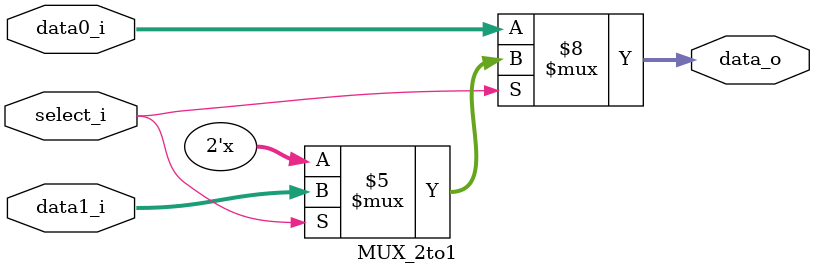
<source format=v>
     
module MUX_2to1(
               data0_i,
               data1_i,
               select_i,
               data_o
               );

parameter size = 0;			   
			
//I/O ports               
input   [size-1:0] data0_i;          
input   [size-1:0] data1_i;
input              select_i;
output  [size-1:0] data_o; 

//Internal Signals
reg     [size-1:0] data_o;

//Main function

always@(*)begin
	if(select_i==0) data_o<=data0_i;
	else if(select_i==1) data_o<=data1_i;
	else data_o<=data_o;
end


endmodule      
          
          
</source>
